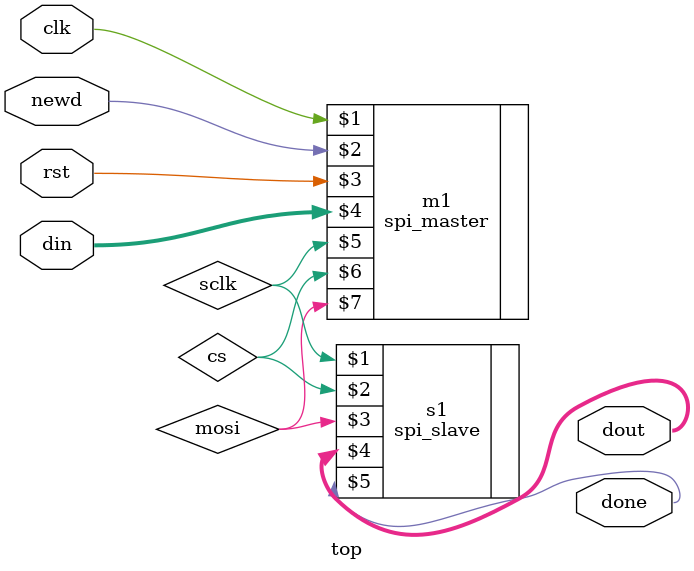
<source format=sv>
`timescale 1ns / 1ps
module top (
    input clk, rst, newd,
    input [11:0] din,
    output [11:0] dout,
    output done
);

  wire sclk, cs, mosi;

  spi_master m1 (clk, newd, rst, din, sclk, cs, mosi);
  spi_slave s1  (sclk, cs, mosi, dout, done);

endmodule

</source>
